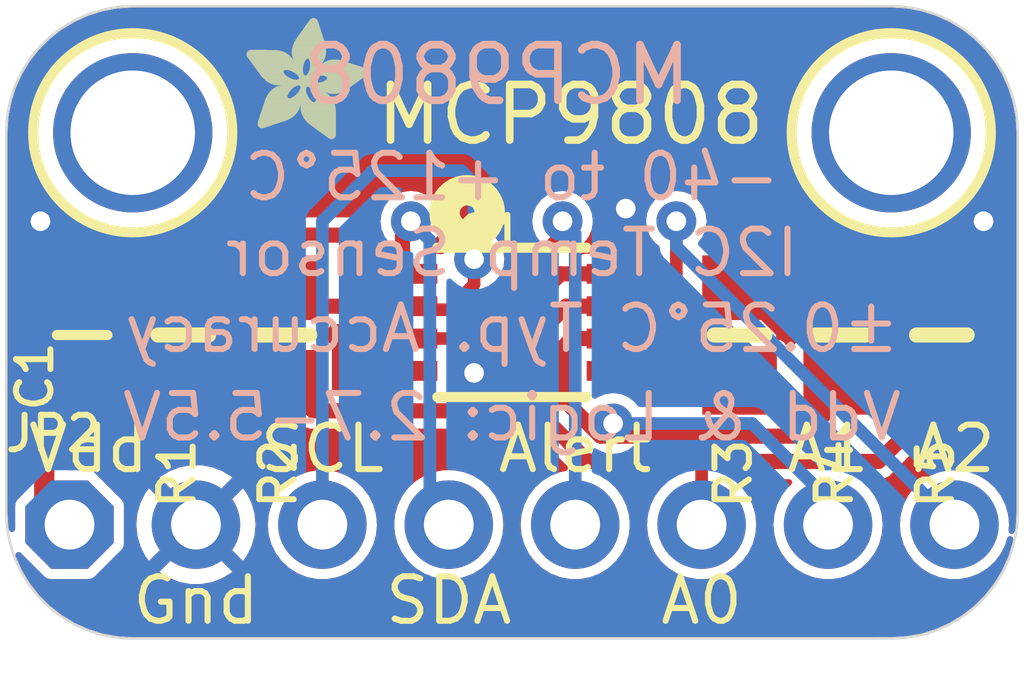
<source format=kicad_pcb>
(kicad_pcb (version 20221018) (generator pcbnew)
  (layers (0 "F.Cu" signal) (31 "B.Cu" signal) (34 "B.Paste" user) (35 "F.Paste" user) (36 "B.SilkS" user "B.Silkscreen") (37 "F.SilkS" user "F.Silkscreen") (38 "B.Mask" user) (39 "F.Mask" user) (44 "Edge.Cuts" user))
  (net 0 "")
  (net 1 "GND")
  (net 2 "VDD")
  (net 3 "SDA")
  (net 4 "SCL")
  (net 5 "ALERT")
  (net 6 "A0")
  (net 7 "A1")
  (net 8 "A2")
  (footprint "working:ADAFRUIT_2.5MM" (layer "F.Cu") (at 143.1671 101.3206)
    (fp_text reference "U$4" hide)
    (fp_text value "" hide)
  )
  (footprint "working:_0805MP" (layer "F.Cu") (at 139.8651 105.2576 90)
    (fp_text reference "C1" (at -1.5875 -0.9525 90) (layer "F.SilkS") (effects (font (size 0.692831 0.692831) (thickness 0.119969)) (justify left)))
    (fp_text value "1uF")
    (pad "1" smd rect (at -1.016 0 90) (size 1.2 1.3) (layers "F.Cu" "F.Paste" "F.Mask") (net 2 "VDD"))
    (pad "2" smd rect (at 1.016 0 90) (size 1.2 1.3) (layers "F.Cu" "F.Paste" "F.Mask") (net 1 "GND"))
  )
  (footprint "working:FIDUCIAL_1MM" (layer "F.Cu") (at 143.9291 102.0826)
    (fp_text reference "FID1" hide)
    (fp_text value "FIDUCIAL\"\"" hide)
    (pad "1" smd roundrect (at 0 0) (size 1 1) (layers "F.Cu" "F.Mask") (roundrect_rratio 0.5))
  )
  (footprint "working:0805-NO" (layer "F.Cu") (at 143.9291 105.2576 -90)
    (fp_text reference "R2" (at 2.032 0.127 90) (layer "F.SilkS") (effects (font (size 0.692831 0.692831) (thickness 0.119969)) (justify right)))
    (fp_text value "10K")
    (pad "1" smd rect (at -0.95 0 270) (size 1.3 1.5) (layers "F.Cu" "F.Paste" "F.Mask") (net 4 "SCL"))
    (pad "2" smd rect (at 0.95 0 270) (size 1.3 1.5) (layers "F.Cu" "F.Paste" "F.Mask") (net 2 "VDD"))
  )
  (footprint "working:0805-NO" (layer "F.Cu") (at 141.8971 105.2576 -90)
    (fp_text reference "R1" (at 2.032 0.127 90) (layer "F.SilkS") (effects (font (size 0.692831 0.692831) (thickness 0.119969)) (justify right)))
    (fp_text value "10K")
    (pad "1" smd rect (at -0.95 0 270) (size 1.3 1.5) (layers "F.Cu" "F.Paste" "F.Mask") (net 3 "SDA"))
    (pad "2" smd rect (at 0.95 0 270) (size 1.3 1.5) (layers "F.Cu" "F.Paste" "F.Mask") (net 2 "VDD"))
  )
  (footprint "working:FIDUCIAL_1MM" (layer "F.Cu") (at 156.1211 110.5916)
    (fp_text reference "FID2" hide)
    (fp_text value "FIDUCIAL\"\"" hide)
    (pad "1" smd roundrect (at 0 0) (size 1 1) (layers "F.Cu" "F.Mask") (roundrect_rratio 0.5))
  )
  (footprint "working:0805-NO" (layer "F.Cu") (at 155.1051 105.2576 -90)
    (fp_text reference "R4" (at 2.032 0.127 90) (layer "F.SilkS") (effects (font (size 0.692831 0.692831) (thickness 0.119969)) (justify right)))
    (fp_text value "10K")
    (pad "1" smd rect (at -0.95 0 270) (size 1.3 1.5) (layers "F.Cu" "F.Paste" "F.Mask") (net 1 "GND"))
    (pad "2" smd rect (at 0.95 0 270) (size 1.3 1.5) (layers "F.Cu" "F.Paste" "F.Mask") (net 7 "A1"))
  )
  (footprint "working:0805-NO" (layer "F.Cu") (at 153.0731 105.2576 -90)
    (fp_text reference "R3" (at 2.032 0.127 90) (layer "F.SilkS") (effects (font (size 0.692831 0.692831) (thickness 0.119969)) (justify right)))
    (fp_text value "10K")
    (pad "1" smd rect (at -0.95 0 270) (size 1.3 1.5) (layers "F.Cu" "F.Paste" "F.Mask") (net 1 "GND"))
    (pad "2" smd rect (at 0.95 0 270) (size 1.3 1.5) (layers "F.Cu" "F.Paste" "F.Mask") (net 8 "A2"))
  )
  (footprint "working:MOUNTINGHOLE_2.5_PLATED" (layer "F.Cu") (at 156.1211 101.1936)
    (fp_text reference "U$5" hide)
    (fp_text value "MOUNTINGHOLE2.5" hide)
    (pad "P$1" thru_hole circle (at 0 0) (size 3.2 3.2) (drill 2.5) (layers "*.Cu" "*.Mask"))
    (zone (net 0) (net_name "") (layer "F.Cu") (connect_pads (clearance 0)) (min_thickness 0.25)
      (keepout (tracks not_allowed) (vias not_allowed) (pads not_allowed) (copperpour not_allowed) (footprints allowed))
      (fill (thermal_gap 0.5) (thermal_bridge_width 0.5))
      (polygon (pts (xy 158.1371 101.1936) (xy 158.11748 100.913027) (xy 158.059004 100.637915) (xy 157.962808 100.373619) (xy 157.830765 100.125283) (xy 157.665446 99.89774) (xy 157.470067 99.69542) (xy 157.248433 99.52226) (xy 157.004856 99.381631) (xy 156.744078 99.27627) (xy 156.471175 99.208228) (xy 156.191457 99.178828) (xy 155.910371 99.188644) (xy 155.633385 99.237484) (xy 155.365893 99.324397) (xy 155.1131 99.447693) (xy 154.879926 99.60497) (xy 154.670911 99.793169) (xy 154.490122 100.008625) (xy 154.341078 100.247145) (xy 154.22668 100.504087) (xy 154.149154 100.77445) (xy 154.110011 101.052971) (xy 154.110011 101.334229) (xy 154.149154 101.61275) (xy 154.22668 101.883113) (xy 154.341078 102.140055) (xy 154.490122 102.378575) (xy 154.670911 102.594031) (xy 154.879926 102.78223) (xy 155.1131 102.939507) (xy 155.365893 103.062803) (xy 155.633385 103.149716) (xy 155.910371 103.198556) (xy 156.191457 103.208372) (xy 156.471175 103.178972) (xy 156.744078 103.11093) (xy 157.004856 103.005569) (xy 157.248433 102.86494) (xy 157.470067 102.69178) (xy 157.665446 102.48946) (xy 157.830765 102.261917) (xy 157.962808 102.013581) (xy 158.059004 101.749285) (xy 158.11748 101.474173)))
      (polygon (pts (xy 156.1051 101.1936) (xy 156.109786 101.204914) (xy 156.1211 101.2096) (xy 156.132414 101.204914) (xy 156.1371 101.1936) (xy 156.132414 101.182286) (xy 156.1211 101.1776) (xy 156.109786 101.182286)))
    )
    (zone (net 0) (net_name "") (layer "B.Cu") (connect_pads (clearance 0)) (min_thickness 0.25)
      (keepout (tracks not_allowed) (vias not_allowed) (pads not_allowed) (copperpour not_allowed) (footprints allowed))
      (fill (thermal_gap 0.5) (thermal_bridge_width 0.5))
      (polygon (pts (xy 158.1371 101.1936) (xy 158.11748 100.913027) (xy 158.059004 100.637915) (xy 157.962808 100.373619) (xy 157.830765 100.125283) (xy 157.665446 99.89774) (xy 157.470067 99.69542) (xy 157.248433 99.52226) (xy 157.004856 99.381631) (xy 156.744078 99.27627) (xy 156.471175 99.208228) (xy 156.191457 99.178828) (xy 155.910371 99.188644) (xy 155.633385 99.237484) (xy 155.365893 99.324397) (xy 155.1131 99.447693) (xy 154.879926 99.60497) (xy 154.670911 99.793169) (xy 154.490122 100.008625) (xy 154.341078 100.247145) (xy 154.22668 100.504087) (xy 154.149154 100.77445) (xy 154.110011 101.052971) (xy 154.110011 101.334229) (xy 154.149154 101.61275) (xy 154.22668 101.883113) (xy 154.341078 102.140055) (xy 154.490122 102.378575) (xy 154.670911 102.594031) (xy 154.879926 102.78223) (xy 155.1131 102.939507) (xy 155.365893 103.062803) (xy 155.633385 103.149716) (xy 155.910371 103.198556) (xy 156.191457 103.208372) (xy 156.471175 103.178972) (xy 156.744078 103.11093) (xy 157.004856 103.005569) (xy 157.248433 102.86494) (xy 157.470067 102.69178) (xy 157.665446 102.48946) (xy 157.830765 102.261917) (xy 157.962808 102.013581) (xy 158.059004 101.749285) (xy 158.11748 101.474173)))
      (polygon (pts (xy 156.1051 101.1936) (xy 156.109786 101.204914) (xy 156.1211 101.2096) (xy 156.132414 101.204914) (xy 156.1371 101.1936) (xy 156.132414 101.182286) (xy 156.1211 101.1776) (xy 156.109786 101.182286)))
    )
  )
  (footprint "working:0805-NO" (layer "F.Cu") (at 157.1371 105.2576 -90)
    (fp_text reference "R5" (at 2.032 0.127 90) (layer "F.SilkS") (effects (font (size 0.692831 0.692831) (thickness 0.119969)) (justify right)))
    (fp_text value "10K")
    (pad "1" smd rect (at -0.95 0 270) (size 1.3 1.5) (layers "F.Cu" "F.Paste" "F.Mask") (net 1 "GND"))
    (pad "2" smd rect (at 0.95 0 270) (size 1.3 1.5) (layers "F.Cu" "F.Paste" "F.Mask") (net 6 "A0"))
  )
  (footprint "working:MSOP8_0.65MM" (layer "F.Cu") (at 148.5011 105.0036 -90)
    (fp_text reference "IC1" (at -1.778 1.524) (layer "F.SilkS") (effects (font (size 0.692831 0.692831) (thickness 0.119969)) (justify left)))
    (fp_text value "MCP9808-E/MS")
    (pad "1" smd rect (at -0.975 2.2) (size 1.4 0.4) (layers "F.Cu" "F.Paste" "F.Mask") (net 3 "SDA"))
    (pad "2" smd rect (at -0.325 2.2) (size 1.4 0.4) (layers "F.Cu" "F.Paste" "F.Mask") (net 4 "SCL"))
    (pad "3" smd rect (at 0.325 2.2) (size 1.4 0.4) (layers "F.Cu" "F.Paste" "F.Mask") (net 5 "ALERT"))
    (pad "4" smd rect (at 0.975 2.2) (size 1.4 0.4) (layers "F.Cu" "F.Paste" "F.Mask") (net 1 "GND"))
    (pad "5" smd rect (at 0.975 -2.2) (size 1.4 0.4) (layers "F.Cu" "F.Paste" "F.Mask") (net 8 "A2"))
    (pad "6" smd rect (at 0.325 -2.2) (size 1.4 0.4) (layers "F.Cu" "F.Paste" "F.Mask") (net 7 "A1"))
    (pad "7" smd rect (at -0.325 -2.2) (size 1.4 0.4) (layers "F.Cu" "F.Paste" "F.Mask") (net 6 "A0"))
    (pad "8" smd rect (at -0.975 -2.2) (size 1.4 0.4) (layers "F.Cu" "F.Paste" "F.Mask") (net 2 "VDD"))
  )
  (footprint "working:MOUNTINGHOLE_2.5_PLATED" (layer "F.Cu") (at 140.8811 101.1936)
    (fp_text reference "U$3" hide)
    (fp_text value "MOUNTINGHOLE2.5" hide)
    (pad "P$1" thru_hole circle (at 0 0) (size 3.2 3.2) (drill 2.5) (layers "*.Cu" "*.Mask"))
    (zone (net 0) (net_name "") (layer "F.Cu") (connect_pads (clearance 0)) (min_thickness 0.25)
      (keepout (tracks not_allowed) (vias not_allowed) (pads not_allowed) (copperpour not_allowed) (footprints allowed))
      (fill (thermal_gap 0.5) (thermal_bridge_width 0.5))
      (polygon (pts (xy 142.8971 101.1936) (xy 142.87748 100.913027) (xy 142.819004 100.637915) (xy 142.722808 100.373619) (xy 142.590765 100.125283) (xy 142.425446 99.89774) (xy 142.230067 99.69542) (xy 142.008433 99.52226) (xy 141.764856 99.381631) (xy 141.504078 99.27627) (xy 141.231175 99.208228) (xy 140.951457 99.178828) (xy 140.670371 99.188644) (xy 140.393385 99.237484) (xy 140.125893 99.324397) (xy 139.8731 99.447693) (xy 139.639926 99.60497) (xy 139.430911 99.793169) (xy 139.250122 100.008625) (xy 139.101078 100.247145) (xy 138.98668 100.504087) (xy 138.909154 100.77445) (xy 138.870011 101.052971) (xy 138.870011 101.334229) (xy 138.909154 101.61275) (xy 138.98668 101.883113) (xy 139.101078 102.140055) (xy 139.250122 102.378575) (xy 139.430911 102.594031) (xy 139.639926 102.78223) (xy 139.8731 102.939507) (xy 140.125893 103.062803) (xy 140.393385 103.149716) (xy 140.670371 103.198556) (xy 140.951457 103.208372) (xy 141.231175 103.178972) (xy 141.504078 103.11093) (xy 141.764856 103.005569) (xy 142.008433 102.86494) (xy 142.230067 102.69178) (xy 142.425446 102.48946) (xy 142.590765 102.261917) (xy 142.722808 102.013581) (xy 142.819004 101.749285) (xy 142.87748 101.474173)))
      (polygon (pts (xy 140.8651 101.1936) (xy 140.869786 101.204914) (xy 140.8811 101.2096) (xy 140.892414 101.204914) (xy 140.8971 101.1936) (xy 140.892414 101.182286) (xy 140.8811 101.1776) (xy 140.869786 101.182286)))
    )
    (zone (net 0) (net_name "") (layer "B.Cu") (connect_pads (clearance 0)) (min_thickness 0.25)
      (keepout (tracks not_allowed) (vias not_allowed) (pads not_allowed) (copperpour not_allowed) (footprints allowed))
      (fill (thermal_gap 0.5) (thermal_bridge_width 0.5))
      (polygon (pts (xy 142.8971 101.1936) (xy 142.87748 100.913027) (xy 142.819004 100.637915) (xy 142.722808 100.373619) (xy 142.590765 100.125283) (xy 142.425446 99.89774) (xy 142.230067 99.69542) (xy 142.008433 99.52226) (xy 141.764856 99.381631) (xy 141.504078 99.27627) (xy 141.231175 99.208228) (xy 140.951457 99.178828) (xy 140.670371 99.188644) (xy 140.393385 99.237484) (xy 140.125893 99.324397) (xy 139.8731 99.447693) (xy 139.639926 99.60497) (xy 139.430911 99.793169) (xy 139.250122 100.008625) (xy 139.101078 100.247145) (xy 138.98668 100.504087) (xy 138.909154 100.77445) (xy 138.870011 101.052971) (xy 138.870011 101.334229) (xy 138.909154 101.61275) (xy 138.98668 101.883113) (xy 139.101078 102.140055) (xy 139.250122 102.378575) (xy 139.430911 102.594031) (xy 139.639926 102.78223) (xy 139.8731 102.939507) (xy 140.125893 103.062803) (xy 140.393385 103.149716) (xy 140.670371 103.198556) (xy 140.951457 103.208372) (xy 141.231175 103.178972) (xy 141.504078 103.11093) (xy 141.764856 103.005569) (xy 142.008433 102.86494) (xy 142.230067 102.69178) (xy 142.425446 102.48946) (xy 142.590765 102.261917) (xy 142.722808 102.013581) (xy 142.819004 101.749285) (xy 142.87748 101.474173)))
      (polygon (pts (xy 140.8651 101.1936) (xy 140.869786 101.204914) (xy 140.8811 101.2096) (xy 140.892414 101.204914) (xy 140.8971 101.1936) (xy 140.892414 101.182286) (xy 140.8811 101.1776) (xy 140.869786 101.182286)))
    )
  )
  (footprint "working:1X08_ROUND_70" (layer "F.Cu") (at 148.5011 109.0676)
    (fp_text reference "JP2" (at -10.2362 -1.8288) (layer "F.SilkS") (effects (font (size 0.692831 0.692831) (thickness 0.119969)) (justify left)))
    (fp_text value "")
    (pad "1" thru_hole roundrect (at -8.89 0 90) (size 1.778 1.778) (drill 1) (layers "*.Cu" "*.Mask") (chamfer_ratio 0.2928932188) (chamfer top_left top_right bottom_left bottom_right) (net 2 "VDD"))
    (pad "2" thru_hole circle (at -6.35 0 90) (size 1.778 1.778) (drill 1) (layers "*.Cu" "*.Mask") (net 1 "GND"))
    (pad "3" thru_hole circle (at -3.81 0 90) (size 1.778 1.778) (drill 1) (layers "*.Cu" "*.Mask") (net 4 "SCL"))
    (pad "4" thru_hole circle (at -1.27 0 90) (size 1.778 1.778) (drill 1) (layers "*.Cu" "*.Mask") (net 3 "SDA"))
    (pad "5" thru_hole circle (at 1.27 0 90) (size 1.778 1.778) (drill 1) (layers "*.Cu" "*.Mask") (net 5 "ALERT"))
    (pad "6" thru_hole circle (at 3.81 0 90) (size 1.778 1.778) (drill 1) (layers "*.Cu" "*.Mask") (net 6 "A0"))
    (pad "7" thru_hole circle (at 6.35 0 90) (size 1.778 1.778) (drill 1) (layers "*.Cu" "*.Mask") (net 7 "A1"))
    (pad "8" thru_hole circle (at 8.89 0 90) (size 1.778 1.778) (drill 1) (layers "*.Cu" "*.Mask") (net 8 "A2"))
  )
  (gr_arc (start 158.6611 108.8136) (mid 157.917151 110.609651) (end 156.1211 111.3536) (stroke (width 0.05)) (layer "Edge.Cuts"))
  (gr_arc (start 140.8811 111.3536) (mid 139.085049 110.609651) (end 138.3411 108.8136) (stroke (width 0.05)) (layer "Edge.Cuts"))
  (gr_arc (start 138.3411 101.1936) (mid 139.085049 99.397549) (end 140.8811 98.6536) (stroke (width 0.05)) (layer "Edge.Cuts"))
  (gr_arc (start 156.1211 98.6536) (mid 157.917151 99.397549) (end 158.6611 101.1936) (stroke (width 0.05)) (layer "Edge.Cuts"))
  (gr_line (start 156.1211 111.3536) (end 140.8811 111.3536) (stroke (width 0.05)) (layer "Edge.Cuts"))
  (gr_line (start 158.6611 101.1936) (end 158.6611 108.8136) (stroke (width 0.05)) (layer "Edge.Cuts"))
  (gr_line (start 140.8811 98.6536) (end 156.1211 98.6536) (stroke (width 0.05)) (layer "Edge.Cuts"))
  (gr_line (start 138.3411 108.8136) (end 138.3411 101.1936) (stroke (width 0.05)) (layer "Edge.Cuts"))
  (gr_text "Vdd & Logic: 2.7-5.5V" (at 148.5011 106.9086) (layer "B.SilkS") (effects (font (size 0.89408 0.89408) (thickness 0.12192)) (justify mirror)))
  (gr_text "MCP9808" (at 152.1841 100.6856) (layer "B.SilkS") (effects (font (size 1.1176 1.1176) (thickness 0.1524)) (justify left bottom mirror)))
  (gr_text "I2C Temp Sensor" (at 148.5011 103.6066) (layer "B.SilkS") (effects (font (size 0.89408 0.89408) (thickness 0.12192)) (justify mirror)))
  (gr_text "-40 to +125°C" (at 148.5011 102.0826) (layer "B.SilkS") (effects (font (size 0.89408 0.89408) (thickness 0.12192)) (justify mirror)))
  (gr_text "±0.25°C Typ. Accuracy" (at 148.5011 105.1306) (layer "B.SilkS") (effects (font (size 0.89408 0.89408) (thickness 0.12192)) (justify mirror)))
  (gr_text "SDA" (at 147.2311 110.5916) (layer "F.SilkS") (effects (font (size 0.89408 0.89408) (thickness 0.12192))))
  (gr_text "A1" (at 154.8511 107.5436) (layer "F.SilkS") (effects (font (size 0.89408 0.89408) (thickness 0.12192))))
  (gr_text "A0" (at 152.3111 110.5916) (layer "F.SilkS") (effects (font (size 0.89408 0.89408) (thickness 0.12192))))
  (gr_text "Vdd" (at 139.9921 107.5436) (layer "F.SilkS") (effects (font (size 0.89408 0.89408) (thickness 0.12192))))
  (gr_text "MCP9808" (at 145.6944 101.4857) (layer "F.SilkS") (effects (font (size 1.1176 1.1176) (thickness 0.1524)) (justify left bottom)))
  (gr_text "SCL" (at 144.6911 107.5436) (layer "F.SilkS") (effects (font (size 0.89408 0.89408) (thickness 0.12192))))
  (gr_text "A2" (at 157.3911 107.5436) (layer "F.SilkS") (effects (font (size 0.89408 0.89408) (thickness 0.12192))))
  (gr_text "Alert" (at 149.7711 107.5436) (layer "F.SilkS") (effects (font (size 0.89408 0.89408) (thickness 0.12192))))
  (gr_text "Gnd" (at 142.1511 110.5916) (layer "F.SilkS") (effects (font (size 0.89408 0.89408) (thickness 0.12192))))
  (via (at 139.0269 102.9716) (size 0.8001) (drill 0.3937) (layers "F.Cu" "B.Cu") (net 1))
  (via (at 150.7871 102.7176) (size 0.8001) (drill 0.3937) (layers "F.Cu" "B.Cu") (net 1))
  (via (at 147.7391 106.0196) (size 0.8001) (drill 0.3937) (layers "F.Cu" "B.Cu") (net 1))
  (via (at 157.9753 102.9716) (size 0.8001) (drill 0.3937) (layers "F.Cu" "B.Cu") (net 1))
  (segment (start 139.1031 108.5596) (end 139.1031 107.0356) (width 0.4064) (layer "F.Cu") (net 2))
  (segment (start 148.5011 106.7816) (end 148.5011 105.0036) (width 0.3048) (layer "F.Cu") (net 2))
  (segment (start 139.6111 106.5276) (end 139.8651 106.2736) (width 0.4064) (layer "F.Cu") (net 2))
  (segment (start 139.6111 109.0676) (end 139.1031 108.5596) (width 0.4064) (layer "F.Cu") (net 2))
  (segment (start 141.8971 106.2076) (end 139.9311 106.2076) (width 0.3048) (layer "F.Cu") (net 2))
  (segment (start 144.5031 106.7816) (end 148.5011 106.7816) (width 0.3048) (layer "F.Cu") (net 2))
  (segment (start 139.1031 107.0356) (end 139.8651 106.2736) (width 0.4064) (layer "F.Cu") (net 2))
  (segment (start 149.4761 104.0286) (end 148.5011 105.0036) (width 0.3048) (layer "F.Cu") (net 2))
  (segment (start 139.9311 106.2076) (end 139.8651 106.2736) (width 0.3048) (layer "F.Cu") (net 2))
  (segment (start 150.7011 104.0286) (end 149.4761 104.0286) (width 0.3048) (layer "F.Cu") (net 2))
  (segment (start 143.9291 106.2076) (end 141.8971 106.2076) (width 0.3048) (layer "F.Cu") (net 2))
  (segment (start 143.9291 106.2076) (end 144.5031 106.7816) (width 0.3048) (layer "F.Cu") (net 2))
  (segment (start 141.8971 103.9876) (end 141.8971 104.3076) (width 0.3048) (layer "F.Cu") (net 3))
  (segment (start 142.6337 103.251) (end 141.8971 103.9876) (width 0.3048) (layer "F.Cu") (net 3))
  (segment (start 146.3011 103.9016) (end 146.3011 103.1396) (width 0.3048) (layer "F.Cu") (net 3))
  (segment (start 145.5235 103.251) (end 142.6337 103.251) (width 0.3048) (layer "F.Cu") (net 3))
  (segment (start 145.5235 103.251) (end 146.3011 104.0286) (width 0.3048) (layer "F.Cu") (net 3))
  (segment (start 146.3011 104.0286) (end 146.3011 103.9016) (width 0.254) (layer "F.Cu") (net 3))
  (segment (start 146.3011 103.1396) (end 146.4691 102.9716) (width 0.3048) (layer "F.Cu") (net 3))
  (via (at 146.4691 102.9716) (size 0.8001) (drill 0.3937) (layers "F.Cu" "B.Cu") (net 3))
  (segment (start 146.8501 108.6866) (end 146.8501 103.3526) (width 0.254) (layer "B.Cu") (net 3))
  (segment (start 146.8501 103.3526) (end 146.4691 102.9716) (width 0.254) (layer "B.Cu") (net 3))
  (segment (start 147.2311 109.0676) (end 146.8501 108.6866) (width 0.254) (layer "B.Cu") (net 3))
  (segment (start 144.3001 104.6786) (end 143.9291 104.3076) (width 0.3048) (layer "F.Cu") (net 4))
  (segment (start 146.3721 104.7496) (end 146.3011 104.6786) (width 0.254) (layer "F.Cu") (net 4))
  (segment (start 147.7391 103.7336) (end 147.7391 104.2416) (width 0.254) (layer "F.Cu") (net 4))
  (segment (start 147.2311 104.7496) (end 146.3721 104.7496) (width 0.254) (layer "F.Cu") (net 4))
  (segment (start 146.3011 104.6786) (end 144.3001 104.6786) (width 0.3048) (layer "F.Cu") (net 4))
  (segment (start 147.7391 104.2416) (end 147.2311 104.7496) (width 0.254) (layer "F.Cu") (net 4))
  (via (at 147.7391 103.7336) (size 0.8001) (drill 0.3937) (layers "F.Cu" "B.Cu") (net 4))
  (segment (start 144.6911 109.0676) (end 144.6911 102.9716) (width 0.254) (layer "B.Cu") (net 4))
  (segment (start 145.7071 101.9556) (end 147.4851 101.9556) (width 0.254) (layer "B.Cu") (net 4))
  (segment (start 147.7391 102.2096) (end 147.7391 103.7336) (width 0.254) (layer "B.Cu") (net 4))
  (segment (start 144.6911 102.9716) (end 145.7071 101.9556) (width 0.254) (layer "B.Cu") (net 4))
  (segment (start 147.4851 101.9556) (end 147.7391 102.2096) (width 0.254) (layer "B.Cu") (net 4))
  (segment (start 149.5171 103.2256) (end 147.4141 105.3286) (width 0.254) (layer "F.Cu") (net 5))
  (segment (start 149.5171 102.9716) (end 149.5171 103.2256) (width 0.254) (layer "F.Cu") (net 5))
  (segment (start 147.4141 105.3286) (end 146.3011 105.3286) (width 0.254) (layer "F.Cu") (net 5))
  (via (at 149.5171 102.9716) (size 0.8001) (drill 0.3937) (layers "F.Cu" "B.Cu") (net 5))
  (segment (start 149.7711 109.0676) (end 149.7711 103.2256) (width 0.254) (layer "B.Cu") (net 5))
  (segment (start 149.7711 103.2256) (end 149.5171 102.9716) (width 0.254) (layer "B.Cu") (net 5))
  (segment (start 149.5881 104.6786) (end 150.7011 104.6786) (width 0.3048) (layer "F.Cu") (net 6))
  (segment (start 150.0251 107.7976) (end 149.0091 106.7816) (width 0.3048) (layer "F.Cu") (net 6))
  (segment (start 157.1371 106.2076) (end 157.1371 106.5276) (width 0.3048) (layer "F.Cu") (net 6))
  (segment (start 155.8671 107.7976) (end 152.3111 107.7976) (width 0.3048) (layer "F.Cu") (net 6))
  (segment (start 152.3111 109.0676) (end 152.3111 107.7976) (width 0.254) (layer "F.Cu") (net 6))
  (segment (start 152.3111 107.7976) (end 150.0251 107.7976) (width 0.3048) (layer "F.Cu") (net 6))
  (segment (start 149.0091 106.7816) (end 149.0091 105.2576) (width 0.3048) (layer "F.Cu") (net 6))
  (segment (start 157.1371 106.5276) (end 155.8671 107.7976) (width 0.3048) (layer "F.Cu") (net 6))
  (segment (start 149.0091 105.2576) (end 149.5881 104.6786) (width 0.3048) (layer "F.Cu") (net 6))
  (segment (start 150.6601 107.2896) (end 150.2791 107.2896) (width 0.3048) (layer "F.Cu") (net 7))
  (segment (start 155.1051 106.5276) (end 154.3431 107.2896) (width 0.3048) (layer "F.Cu") (net 7))
  (segment (start 149.7001 105.3286) (end 149.5171 105.5116) (width 0.3048) (layer "F.Cu") (net 7))
  (segment (start 150.5331 107.0356) (end 150.6601 107.1626) (width 0.3048) (layer "F.Cu") (net 7))
  (segment (start 150.7011 105.3286) (end 149.7001 105.3286) (width 0.3048) (layer "F.Cu") (net 7))
  (segment (start 150.2791 107.2896) (end 149.5171 106.5276) (width 0.3048) (layer "F.Cu") (net 7))
  (segment (start 155.1051 106.2076) (end 155.1051 106.5276) (width 0.3048) (layer "F.Cu") (net 7))
  (segment (start 149.5171 106.5276) (end 149.5171 105.5116) (width 0.3048) (layer "F.Cu") (net 7))
  (segment (start 154.3431 107.2896) (end 150.6601 107.2896) (width 0.3048) (layer "F.Cu") (net 7))
  (segment (start 150.6601 107.1626) (end 150.6601 107.2896) (width 0.3048) (layer "F.Cu") (net 7))
  (via (at 150.5331 107.0356) (size 0.8001) (drill 0.3937) (layers "F.Cu" "B.Cu") (net 7))
  (segment (start 154.8511 109.0676) (end 154.8511 108.5596) (width 0.254) (layer "B.Cu") (net 7))
  (segment (start 153.3271 107.0356) (end 150.5331 107.0356) (width 0.254) (layer "B.Cu") (net 7))
  (segment (start 154.8511 108.5596) (end 153.3271 107.0356) (width 0.254) (layer "B.Cu") (net 7))
  (segment (start 152.8441 105.9786) (end 153.0731 106.2076) (width 0.3048) (layer "F.Cu") (net 8))
  (segment (start 151.8031 105.9786) (end 152.8441 105.9786) (width 0.3048) (layer "F.Cu") (net 8))
  (segment (start 150.7011 105.9786) (end 151.8031 105.9786) (width 0.3048) (layer "F.Cu") (net 8))
  (segment (start 151.8031 102.9716) (end 151.8031 105.9786) (width 0.254) (layer "F.Cu") (net 8))
  (via (at 151.8031 102.9716) (size 0.8001) (drill 0.3937) (layers "F.Cu" "B.Cu") (net 8))
  (segment (start 151.8031 103.4796) (end 151.8031 102.9716) (width 0.254) (layer "B.Cu") (net 8))
  (segment (start 157.3911 109.0676) (end 151.8031 103.4796) (width 0.254) (layer "B.Cu") (net 8))
  (zone (net 1) (net_name "GND") (layer "F.Cu") (priority 6) (connect_pads (clearance 0.000001)) (min_thickness 0.127) (fill yes (thermal_gap 0.304) (thermal_bridge_width 0.304))
    (polygon (pts (xy 158.7881 111.4806) (xy 138.2141 111.4806) (xy 138.2141 98.5266) (xy 158.7881 98.5266)))
  )
  (zone (net 1) (net_name "GND") (layer "B.Cu") (priority 6) (connect_pads (clearance 0.000001)) (min_thickness 0.127) (fill yes (thermal_gap 0.304) (thermal_bridge_width 0.304))
    (polygon (pts (xy 158.7881 111.4806) (xy 138.2141 111.4806) (xy 138.2141 98.5266) (xy 158.7881 98.5266)))
  )
)
</source>
